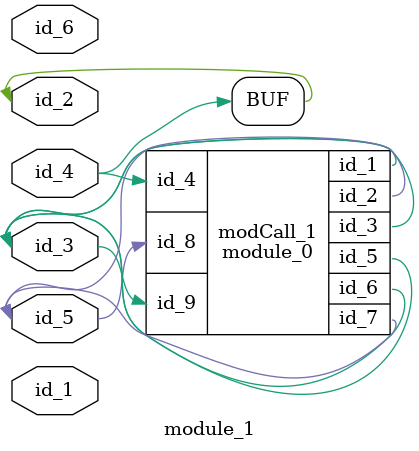
<source format=v>
module module_0 (
    id_1,
    id_2,
    id_3,
    id_4,
    id_5,
    id_6,
    id_7,
    id_8,
    id_9
);
  input wire id_9;
  input wire id_8;
  output wire id_7;
  inout wire id_6;
  output wire id_5;
  input wire id_4;
  output wire id_3;
  inout wire id_2;
  inout wire id_1;
  wire id_10;
  wire id_11;
  ;
endmodule
module module_1 (
    id_1,
    id_2,
    id_3,
    id_4,
    id_5,
    id_6
);
  input wire id_6;
  inout wire id_5;
  input wire id_4;
  inout wire id_3;
  inout wire id_2;
  module_0 modCall_1 (
      id_3,
      id_5,
      id_3,
      id_2,
      id_3,
      id_3,
      id_5,
      id_5,
      id_3
  );
  input wire id_1;
  wire [-1 : 1 'd0] id_7;
  assign id_2 = id_4;
endmodule

</source>
